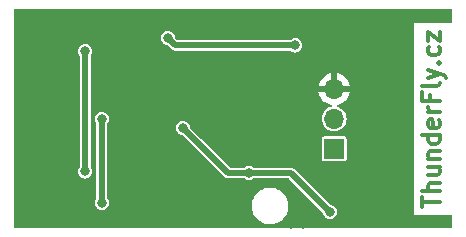
<source format=gbr>
G04 #@! TF.GenerationSoftware,KiCad,Pcbnew,(5.99.0-9154-g0d2ee266a1)*
G04 #@! TF.CreationDate,2021-02-19T07:59:59+01:00*
G04 #@! TF.ProjectId,TFRPM01C,54465250-4d30-4314-932e-6b696361645f,REV*
G04 #@! TF.SameCoordinates,Original*
G04 #@! TF.FileFunction,Copper,L1,Top*
G04 #@! TF.FilePolarity,Positive*
%FSLAX46Y46*%
G04 Gerber Fmt 4.6, Leading zero omitted, Abs format (unit mm)*
G04 Created by KiCad (PCBNEW (5.99.0-9154-g0d2ee266a1)) date 2021-02-19 07:59:59*
%MOMM*%
%LPD*%
G01*
G04 APERTURE LIST*
%ADD10C,0.300000*%
G04 #@! TA.AperFunction,ComponentPad*
%ADD11C,6.000000*%
G04 #@! TD*
G04 #@! TA.AperFunction,ComponentPad*
%ADD12R,1.700000X1.700000*%
G04 #@! TD*
G04 #@! TA.AperFunction,ComponentPad*
%ADD13O,1.700000X1.700000*%
G04 #@! TD*
G04 #@! TA.AperFunction,ViaPad*
%ADD14C,0.800000*%
G04 #@! TD*
G04 #@! TA.AperFunction,Conductor*
%ADD15C,0.500000*%
G04 #@! TD*
G04 APERTURE END LIST*
D10*
X145736571Y-139798285D02*
X145736571Y-138941142D01*
X147236571Y-139369714D02*
X145736571Y-139369714D01*
X147236571Y-138441142D02*
X145736571Y-138441142D01*
X147236571Y-137798285D02*
X146450857Y-137798285D01*
X146308000Y-137869714D01*
X146236571Y-138012571D01*
X146236571Y-138226857D01*
X146308000Y-138369714D01*
X146379428Y-138441142D01*
X146236571Y-136441142D02*
X147236571Y-136441142D01*
X146236571Y-137084000D02*
X147022285Y-137084000D01*
X147165142Y-137012571D01*
X147236571Y-136869714D01*
X147236571Y-136655428D01*
X147165142Y-136512571D01*
X147093714Y-136441142D01*
X146236571Y-135726857D02*
X147236571Y-135726857D01*
X146379428Y-135726857D02*
X146308000Y-135655428D01*
X146236571Y-135512571D01*
X146236571Y-135298285D01*
X146308000Y-135155428D01*
X146450857Y-135084000D01*
X147236571Y-135084000D01*
X147236571Y-133726857D02*
X145736571Y-133726857D01*
X147165142Y-133726857D02*
X147236571Y-133869714D01*
X147236571Y-134155428D01*
X147165142Y-134298285D01*
X147093714Y-134369714D01*
X146950857Y-134441142D01*
X146522285Y-134441142D01*
X146379428Y-134369714D01*
X146308000Y-134298285D01*
X146236571Y-134155428D01*
X146236571Y-133869714D01*
X146308000Y-133726857D01*
X147165142Y-132441142D02*
X147236571Y-132584000D01*
X147236571Y-132869714D01*
X147165142Y-133012571D01*
X147022285Y-133084000D01*
X146450857Y-133084000D01*
X146308000Y-133012571D01*
X146236571Y-132869714D01*
X146236571Y-132584000D01*
X146308000Y-132441142D01*
X146450857Y-132369714D01*
X146593714Y-132369714D01*
X146736571Y-133084000D01*
X147236571Y-131726857D02*
X146236571Y-131726857D01*
X146522285Y-131726857D02*
X146379428Y-131655428D01*
X146308000Y-131584000D01*
X146236571Y-131441142D01*
X146236571Y-131298285D01*
X146450857Y-130298285D02*
X146450857Y-130798285D01*
X147236571Y-130798285D02*
X145736571Y-130798285D01*
X145736571Y-130084000D01*
X147236571Y-129298285D02*
X147165142Y-129441142D01*
X147022285Y-129512571D01*
X145736571Y-129512571D01*
X146236571Y-128869714D02*
X147236571Y-128512571D01*
X146236571Y-128155428D02*
X147236571Y-128512571D01*
X147593714Y-128655428D01*
X147665142Y-128726857D01*
X147736571Y-128869714D01*
X147093714Y-127584000D02*
X147165142Y-127512571D01*
X147236571Y-127584000D01*
X147165142Y-127655428D01*
X147093714Y-127584000D01*
X147236571Y-127584000D01*
X147165142Y-126226857D02*
X147236571Y-126369714D01*
X147236571Y-126655428D01*
X147165142Y-126798285D01*
X147093714Y-126869714D01*
X146950857Y-126941142D01*
X146522285Y-126941142D01*
X146379428Y-126869714D01*
X146308000Y-126798285D01*
X146236571Y-126655428D01*
X146236571Y-126369714D01*
X146308000Y-126226857D01*
X146236571Y-125726857D02*
X146236571Y-124941142D01*
X147236571Y-125726857D01*
X147236571Y-124941142D01*
D11*
G04 #@! TO.P,M2,1*
G04 #@! TO.N,GND*
X132588000Y-132331096D03*
G04 #@! TD*
D12*
G04 #@! TO.P,J1,1*
G04 #@! TO.N,/COUNT*
X138303000Y-134871096D03*
D13*
G04 #@! TO.P,J1,2*
G04 #@! TO.N,Net-(C2-Pad1)*
X138303000Y-132331096D03*
G04 #@! TO.P,J1,3*
G04 #@! TO.N,GND*
X138303000Y-129791096D03*
G04 #@! TD*
D14*
G04 #@! TO.N,GND*
X131064000Y-123444000D03*
X135382000Y-123444000D03*
X115316000Y-130807096D03*
X115316000Y-132331096D03*
X120142000Y-134363096D03*
X115316000Y-133855096D03*
X141986000Y-138938000D03*
X120396000Y-130048000D03*
X120396000Y-128524000D03*
X119634000Y-129286000D03*
X115316000Y-140713096D03*
X117856000Y-140716000D03*
X127000000Y-138173096D03*
X124206000Y-134874000D03*
X127000000Y-136906000D03*
X124206000Y-133858000D03*
X112268000Y-129029096D03*
X112268000Y-138681096D03*
X112268000Y-135633096D03*
X112268000Y-137665096D03*
X112268000Y-125981096D03*
X112268000Y-136649096D03*
X112268000Y-126997096D03*
X112268000Y-128013096D03*
X117094000Y-123695096D03*
X138176000Y-136903096D03*
X139192000Y-128016000D03*
X136906000Y-128524000D03*
X143002000Y-135382000D03*
X143764000Y-138935096D03*
X129540000Y-127762000D03*
X124206000Y-133096000D03*
X143002000Y-136652000D03*
X138938000Y-123444000D03*
X130302000Y-128524000D03*
X134493000Y-128270000D03*
X143764000Y-140967096D03*
X143764000Y-139951096D03*
X135636000Y-128778000D03*
X136525000Y-129794000D03*
X136906000Y-130937000D03*
X143002000Y-134109096D03*
X140208000Y-123444000D03*
X128270000Y-134112000D03*
X127762000Y-130810000D03*
X135636000Y-141224000D03*
X140970000Y-136906000D03*
X119888000Y-132842000D03*
X127762000Y-132842000D03*
X141986000Y-137922000D03*
X127762000Y-140970000D03*
X119888000Y-131064000D03*
X120396000Y-139954000D03*
X136906000Y-136652000D03*
X120065800Y-123695096D03*
X135636000Y-136144000D03*
X117094000Y-125222000D03*
X115824000Y-123698000D03*
X120396000Y-138938000D03*
X118491000Y-123695096D03*
X134620000Y-141224000D03*
X120396000Y-140970000D03*
X125476000Y-137414000D03*
G04 #@! TO.N,+3V3*
X131094000Y-136906000D03*
X125476000Y-133096000D03*
X137922000Y-140208000D03*
G04 #@! TO.N,+5V*
X118618000Y-132331096D03*
X118618000Y-139446000D03*
X124206000Y-125476000D03*
X135001000Y-126111000D03*
G04 #@! TO.N,/SDA*
X117221000Y-136776096D03*
X117221000Y-126616096D03*
G04 #@! TD*
D15*
G04 #@! TO.N,+3V3*
X129286000Y-136906000D02*
X131094000Y-136906000D01*
X133604000Y-136906000D02*
X134620000Y-136906000D01*
X125476000Y-133096000D02*
X129286000Y-136906000D01*
X133604000Y-136906000D02*
X131094000Y-136906000D01*
X134620000Y-136906000D02*
X137922000Y-140208000D01*
G04 #@! TO.N,+5V*
X118618000Y-139446000D02*
X118618000Y-138684000D01*
X135001000Y-126111000D02*
X124841000Y-126111000D01*
X118618000Y-138684000D02*
X118618000Y-137919096D01*
X124841000Y-126111000D02*
X124206000Y-125476000D01*
X118618000Y-138684000D02*
X118618000Y-132331096D01*
G04 #@! TO.N,/SDA*
X117221000Y-126616096D02*
X117221000Y-136776096D01*
G04 #@! TD*
G04 #@! TA.AperFunction,Conductor*
G04 #@! TO.N,GND*
G36*
X148257191Y-123025003D02*
G01*
X148293155Y-123074503D01*
X148298000Y-123105096D01*
X148298000Y-124132998D01*
X148279093Y-124191189D01*
X148229593Y-124227153D01*
X148183634Y-124227153D01*
X148183107Y-124230483D01*
X148168000Y-124228091D01*
X148168000Y-124226857D01*
X145053000Y-124226857D01*
X145053000Y-140441143D01*
X148168000Y-140441143D01*
X148168000Y-140436049D01*
X148168409Y-140435916D01*
X148229594Y-140435917D01*
X148279094Y-140471881D01*
X148298000Y-140530071D01*
X148298000Y-141507096D01*
X148279093Y-141565287D01*
X148229593Y-141601251D01*
X148199000Y-141606096D01*
X111297000Y-141606096D01*
X111238809Y-141587189D01*
X111202845Y-141537689D01*
X111198000Y-141507096D01*
X111198000Y-126616096D01*
X116615500Y-126616096D01*
X116636132Y-126772811D01*
X116696622Y-126918846D01*
X116700573Y-126923995D01*
X116750042Y-126988465D01*
X116770500Y-127048732D01*
X116770500Y-136343460D01*
X116750042Y-136403727D01*
X116706179Y-136460891D01*
X116696622Y-136473346D01*
X116636132Y-136619381D01*
X116615500Y-136776096D01*
X116636132Y-136932811D01*
X116696622Y-137078846D01*
X116792847Y-137204249D01*
X116918250Y-137300474D01*
X117064285Y-137360964D01*
X117221000Y-137381596D01*
X117377715Y-137360964D01*
X117523750Y-137300474D01*
X117649153Y-137204249D01*
X117745378Y-137078846D01*
X117805868Y-136932811D01*
X117826500Y-136776096D01*
X117805868Y-136619381D01*
X117745378Y-136473346D01*
X117735821Y-136460891D01*
X117691958Y-136403727D01*
X117671500Y-136343460D01*
X117671500Y-132331096D01*
X118012500Y-132331096D01*
X118033132Y-132487811D01*
X118093622Y-132633846D01*
X118097573Y-132638995D01*
X118147042Y-132703465D01*
X118167500Y-132763732D01*
X118167500Y-139013364D01*
X118147042Y-139073631D01*
X118093622Y-139143250D01*
X118033132Y-139289285D01*
X118012500Y-139446000D01*
X118033132Y-139602715D01*
X118093622Y-139748750D01*
X118189847Y-139874153D01*
X118315250Y-139970378D01*
X118461285Y-140030868D01*
X118618000Y-140051500D01*
X118774715Y-140030868D01*
X118920750Y-139970378D01*
X119046153Y-139874153D01*
X119140358Y-139751382D01*
X131319448Y-139751382D01*
X131319905Y-139755330D01*
X131319905Y-139755335D01*
X131344329Y-139966427D01*
X131348124Y-139999228D01*
X131416058Y-140239300D01*
X131417738Y-140242903D01*
X131417740Y-140242908D01*
X131465149Y-140344575D01*
X131521501Y-140465423D01*
X131661740Y-140671778D01*
X131833167Y-140853058D01*
X131836321Y-140855469D01*
X131836325Y-140855473D01*
X132028212Y-141002181D01*
X132028218Y-141002185D01*
X132031373Y-141004597D01*
X132034875Y-141006475D01*
X132034877Y-141006476D01*
X132247758Y-141120622D01*
X132251257Y-141122498D01*
X132487163Y-141203727D01*
X132648745Y-141231637D01*
X132729946Y-141245663D01*
X132729948Y-141245663D01*
X132733021Y-141246194D01*
X132756743Y-141247271D01*
X132762791Y-141247546D01*
X132762797Y-141247546D01*
X132763895Y-141247596D01*
X132936143Y-141247596D01*
X132938118Y-141247437D01*
X132938120Y-141247437D01*
X133118732Y-141232905D01*
X133118734Y-141232905D01*
X133122695Y-141232586D01*
X133364992Y-141173073D01*
X133594657Y-141075586D01*
X133598021Y-141073468D01*
X133598024Y-141073466D01*
X133704402Y-141006476D01*
X133805781Y-140942634D01*
X133928206Y-140834702D01*
X133989950Y-140780267D01*
X133989951Y-140780266D01*
X133992933Y-140777637D01*
X133995453Y-140774570D01*
X133995458Y-140774564D01*
X134148774Y-140587914D01*
X134148775Y-140587912D01*
X134151298Y-140584841D01*
X134218887Y-140468711D01*
X134274800Y-140372642D01*
X134274802Y-140372638D01*
X134276800Y-140369205D01*
X134366213Y-140136278D01*
X134394844Y-139999228D01*
X134416420Y-139895950D01*
X134416421Y-139895946D01*
X134417234Y-139892052D01*
X134417868Y-139878107D01*
X134423802Y-139747406D01*
X134428552Y-139642810D01*
X134426563Y-139625616D01*
X134400333Y-139398910D01*
X134400332Y-139398905D01*
X134399876Y-139394964D01*
X134331942Y-139154892D01*
X134326514Y-139143250D01*
X134271366Y-139024987D01*
X134226499Y-138928769D01*
X134086260Y-138722414D01*
X133914833Y-138541134D01*
X133911679Y-138538723D01*
X133911675Y-138538719D01*
X133719788Y-138392011D01*
X133719782Y-138392007D01*
X133716627Y-138389595D01*
X133584234Y-138318606D01*
X133500242Y-138273570D01*
X133500240Y-138273569D01*
X133496743Y-138271694D01*
X133260837Y-138190465D01*
X133072973Y-138158015D01*
X133018054Y-138148529D01*
X133018052Y-138148529D01*
X133014979Y-138147998D01*
X132991257Y-138146921D01*
X132985209Y-138146646D01*
X132985203Y-138146646D01*
X132984105Y-138146596D01*
X132811857Y-138146596D01*
X132809882Y-138146755D01*
X132809880Y-138146755D01*
X132629268Y-138161287D01*
X132629266Y-138161287D01*
X132625305Y-138161606D01*
X132383008Y-138221119D01*
X132153343Y-138318606D01*
X132149979Y-138320724D01*
X132149976Y-138320726D01*
X132047781Y-138385082D01*
X131942219Y-138451558D01*
X131755067Y-138616555D01*
X131752547Y-138619622D01*
X131752542Y-138619628D01*
X131599226Y-138806278D01*
X131596702Y-138809351D01*
X131594701Y-138812789D01*
X131477965Y-139013364D01*
X131471200Y-139024987D01*
X131381787Y-139257914D01*
X131380975Y-139261801D01*
X131352332Y-139398910D01*
X131330766Y-139502140D01*
X131319448Y-139751382D01*
X119140358Y-139751382D01*
X119142378Y-139748750D01*
X119202868Y-139602715D01*
X119223500Y-139446000D01*
X119202868Y-139289285D01*
X119142378Y-139143250D01*
X119088958Y-139073631D01*
X119068500Y-139013364D01*
X119068500Y-133096000D01*
X124870500Y-133096000D01*
X124891132Y-133252715D01*
X124951622Y-133398750D01*
X125047847Y-133524153D01*
X125173250Y-133620378D01*
X125319285Y-133680868D01*
X125406287Y-133692322D01*
X125463368Y-133720471D01*
X128944915Y-137202018D01*
X128952651Y-137210724D01*
X128974189Y-137238045D01*
X128980276Y-137242252D01*
X128980277Y-137242253D01*
X129022807Y-137271648D01*
X129025322Y-137273445D01*
X129072858Y-137308555D01*
X129079668Y-137310946D01*
X129085608Y-137315052D01*
X129092661Y-137317283D01*
X129092666Y-137317285D01*
X129130441Y-137329231D01*
X129141971Y-137332878D01*
X129144856Y-137333840D01*
X129200648Y-137353432D01*
X129206688Y-137353669D01*
X129209367Y-137354191D01*
X129214744Y-137355892D01*
X129220365Y-137356334D01*
X129220368Y-137356335D01*
X129220454Y-137356341D01*
X129222469Y-137356500D01*
X129276787Y-137356500D01*
X129280673Y-137356576D01*
X129328590Y-137358459D01*
X129328593Y-137358459D01*
X129335984Y-137358749D01*
X129342551Y-137357008D01*
X129351776Y-137356500D01*
X130661364Y-137356500D01*
X130721631Y-137376958D01*
X130732758Y-137385496D01*
X130791250Y-137430378D01*
X130937285Y-137490868D01*
X131094000Y-137511500D01*
X131250715Y-137490868D01*
X131396750Y-137430378D01*
X131455242Y-137385496D01*
X131466369Y-137376958D01*
X131526636Y-137356500D01*
X134392389Y-137356500D01*
X134450580Y-137375407D01*
X134462393Y-137385496D01*
X137297529Y-140220632D01*
X137325678Y-140277713D01*
X137337132Y-140364715D01*
X137397622Y-140510750D01*
X137493847Y-140636153D01*
X137619250Y-140732378D01*
X137765285Y-140792868D01*
X137922000Y-140813500D01*
X138078715Y-140792868D01*
X138224750Y-140732378D01*
X138350153Y-140636153D01*
X138446378Y-140510750D01*
X138506868Y-140364715D01*
X138527500Y-140208000D01*
X138506868Y-140051285D01*
X138446378Y-139905250D01*
X138350153Y-139779847D01*
X138224750Y-139683622D01*
X138078715Y-139623132D01*
X137991716Y-139611679D01*
X137934634Y-139583530D01*
X134961081Y-136609977D01*
X134953339Y-136601263D01*
X134936394Y-136579768D01*
X134936393Y-136579767D01*
X134931811Y-136573955D01*
X134905544Y-136555800D01*
X134883217Y-136540369D01*
X134880688Y-136538562D01*
X134839097Y-136507843D01*
X134839095Y-136507842D01*
X134833142Y-136503445D01*
X134826332Y-136501054D01*
X134820392Y-136496948D01*
X134813339Y-136494717D01*
X134813334Y-136494715D01*
X134764720Y-136479341D01*
X134764029Y-136479122D01*
X134761144Y-136478160D01*
X134705352Y-136458568D01*
X134699312Y-136458331D01*
X134696633Y-136457809D01*
X134691256Y-136456108D01*
X134685635Y-136455666D01*
X134685632Y-136455665D01*
X134685546Y-136455659D01*
X134683531Y-136455500D01*
X134629213Y-136455500D01*
X134625327Y-136455424D01*
X134577410Y-136453541D01*
X134577407Y-136453541D01*
X134570016Y-136453251D01*
X134563449Y-136454992D01*
X134554224Y-136455500D01*
X131526636Y-136455500D01*
X131466369Y-136435042D01*
X131401899Y-136385573D01*
X131396750Y-136381622D01*
X131250715Y-136321132D01*
X131094000Y-136300500D01*
X130937285Y-136321132D01*
X130791250Y-136381622D01*
X130786101Y-136385573D01*
X130721631Y-136435042D01*
X130661364Y-136455500D01*
X129513611Y-136455500D01*
X129455420Y-136436593D01*
X129443607Y-136426504D01*
X127038199Y-134021096D01*
X137247500Y-134021096D01*
X137247500Y-135721096D01*
X137263143Y-135799737D01*
X137307690Y-135866406D01*
X137374359Y-135910953D01*
X137383922Y-135912855D01*
X137383924Y-135912856D01*
X137409200Y-135917883D01*
X137453000Y-135926596D01*
X139153000Y-135926596D01*
X139196800Y-135917883D01*
X139222076Y-135912856D01*
X139222078Y-135912855D01*
X139231641Y-135910953D01*
X139298310Y-135866406D01*
X139342857Y-135799737D01*
X139358500Y-135721096D01*
X139358500Y-134021096D01*
X139342857Y-133942455D01*
X139298310Y-133875786D01*
X139231641Y-133831239D01*
X139222078Y-133829337D01*
X139222076Y-133829336D01*
X139196800Y-133824309D01*
X139153000Y-133815596D01*
X137453000Y-133815596D01*
X137409200Y-133824309D01*
X137383924Y-133829336D01*
X137383922Y-133829337D01*
X137374359Y-133831239D01*
X137307690Y-133875786D01*
X137263143Y-133942455D01*
X137247500Y-134021096D01*
X127038199Y-134021096D01*
X126100471Y-133083368D01*
X126072322Y-133026286D01*
X126061715Y-132945721D01*
X126060868Y-132939285D01*
X126000378Y-132793250D01*
X125904153Y-132667847D01*
X125778750Y-132571622D01*
X125632715Y-132511132D01*
X125476000Y-132490500D01*
X125319285Y-132511132D01*
X125173250Y-132571622D01*
X125047847Y-132667847D01*
X124951622Y-132793250D01*
X124891132Y-132939285D01*
X124870500Y-133096000D01*
X119068500Y-133096000D01*
X119068500Y-132763732D01*
X119088958Y-132703465D01*
X119138427Y-132638995D01*
X119142378Y-132633846D01*
X119202868Y-132487811D01*
X119223500Y-132331096D01*
X119202868Y-132174381D01*
X119142378Y-132028346D01*
X119046153Y-131902943D01*
X118920750Y-131806718D01*
X118774715Y-131746228D01*
X118618000Y-131725596D01*
X118461285Y-131746228D01*
X118315250Y-131806718D01*
X118189847Y-131902943D01*
X118093622Y-132028346D01*
X118033132Y-132174381D01*
X118012500Y-132331096D01*
X117671500Y-132331096D01*
X117671500Y-130056730D01*
X136970162Y-130056730D01*
X136979820Y-130116695D01*
X136981842Y-130124805D01*
X137053596Y-130334978D01*
X137056956Y-130342634D01*
X137163100Y-130537721D01*
X137167699Y-130544695D01*
X137305191Y-130719102D01*
X137310905Y-130725209D01*
X137475813Y-130873954D01*
X137482475Y-130879010D01*
X137670095Y-130997848D01*
X137677506Y-131001706D01*
X137882468Y-131087234D01*
X137890425Y-131089788D01*
X138032662Y-131122495D01*
X138085135Y-131153962D01*
X138109092Y-131210262D01*
X138095380Y-131269892D01*
X138049238Y-131310073D01*
X138038428Y-131313949D01*
X137912250Y-131351085D01*
X137912247Y-131351086D01*
X137907603Y-131352453D01*
X137903309Y-131354698D01*
X137729344Y-131445644D01*
X137729340Y-131445647D01*
X137725047Y-131447891D01*
X137721271Y-131450927D01*
X137721268Y-131450929D01*
X137714903Y-131456047D01*
X137564505Y-131576970D01*
X137552643Y-131591107D01*
X137435202Y-131731067D01*
X137435199Y-131731071D01*
X137432093Y-131734773D01*
X137332853Y-131915290D01*
X137331389Y-131919904D01*
X137331388Y-131919907D01*
X137296989Y-132028346D01*
X137270565Y-132111645D01*
X137247603Y-132316359D01*
X137255092Y-132405541D01*
X137264167Y-132513616D01*
X137264840Y-132521634D01*
X137266173Y-132526282D01*
X137266173Y-132526283D01*
X137316980Y-132703465D01*
X137321621Y-132719651D01*
X137415782Y-132902869D01*
X137543737Y-133064308D01*
X137700612Y-133197819D01*
X137704835Y-133200179D01*
X137704839Y-133200182D01*
X137787321Y-133246279D01*
X137880432Y-133298317D01*
X137885030Y-133299811D01*
X138071742Y-133360478D01*
X138071745Y-133360479D01*
X138076347Y-133361974D01*
X138280895Y-133386365D01*
X138285717Y-133385994D01*
X138285720Y-133385994D01*
X138481458Y-133370933D01*
X138481463Y-133370932D01*
X138486286Y-133370561D01*
X138684695Y-133315164D01*
X138715089Y-133299811D01*
X138864244Y-133224467D01*
X138864246Y-133224466D01*
X138868565Y-133222284D01*
X139030893Y-133095459D01*
X139034055Y-133091796D01*
X139034060Y-133091791D01*
X139162332Y-132943185D01*
X139165496Y-132939520D01*
X139169037Y-132933288D01*
X139264858Y-132764613D01*
X139264859Y-132764610D01*
X139267247Y-132760407D01*
X139277321Y-132730126D01*
X139330743Y-132569531D01*
X139330743Y-132569529D01*
X139332270Y-132564940D01*
X139337154Y-132526283D01*
X139357740Y-132363321D01*
X139358088Y-132360567D01*
X139358500Y-132331096D01*
X139338398Y-132126082D01*
X139335493Y-132116458D01*
X139280256Y-131933508D01*
X139278858Y-131928876D01*
X139182148Y-131746991D01*
X139051952Y-131587355D01*
X138893228Y-131456047D01*
X138712023Y-131358069D01*
X138574595Y-131315528D01*
X138524598Y-131280258D01*
X138504880Y-131222337D01*
X138522973Y-131163888D01*
X138576333Y-131125862D01*
X138787432Y-131064731D01*
X138795224Y-131061740D01*
X138995099Y-130964902D01*
X139002281Y-130960637D01*
X139182970Y-130831515D01*
X139189346Y-130826088D01*
X139345691Y-130668373D01*
X139351055Y-130661957D01*
X139478596Y-130480149D01*
X139482805Y-130472917D01*
X139577887Y-130272221D01*
X139580815Y-130264393D01*
X139639299Y-130055631D01*
X139637595Y-130047648D01*
X139635724Y-130045966D01*
X139631621Y-130045096D01*
X136983968Y-130045096D01*
X136971283Y-130049218D01*
X136970679Y-130050049D01*
X136970162Y-130056730D01*
X117671500Y-130056730D01*
X117671500Y-129521665D01*
X136971575Y-129521665D01*
X136973374Y-129534884D01*
X136973728Y-129535253D01*
X136981051Y-129537096D01*
X138033320Y-129537096D01*
X138046005Y-129532974D01*
X138049000Y-129528853D01*
X138049000Y-128472378D01*
X138046878Y-128465846D01*
X138557000Y-128465846D01*
X138557000Y-129521416D01*
X138561122Y-129534101D01*
X138565243Y-129537096D01*
X139624514Y-129537096D01*
X139636341Y-129533253D01*
X139636638Y-129523395D01*
X139589665Y-129342416D01*
X139586892Y-129334542D01*
X139495673Y-129132042D01*
X139491610Y-129124742D01*
X139367585Y-128940521D01*
X139362337Y-128933994D01*
X139209046Y-128773303D01*
X139202787Y-128767766D01*
X139024609Y-128635198D01*
X139017500Y-128630790D01*
X138819529Y-128530136D01*
X138811791Y-128526994D01*
X138599686Y-128461135D01*
X138591532Y-128459342D01*
X138572544Y-128456825D01*
X138559427Y-128459245D01*
X138558205Y-128460529D01*
X138557000Y-128465846D01*
X138046878Y-128465846D01*
X138044921Y-128459824D01*
X138036307Y-128459361D01*
X137915438Y-128484722D01*
X137907425Y-128487125D01*
X137700855Y-128568704D01*
X137693382Y-128572413D01*
X137503508Y-128687632D01*
X137496761Y-128692552D01*
X137329019Y-128838111D01*
X137323190Y-128844105D01*
X137182380Y-129015835D01*
X137177637Y-129022737D01*
X137067775Y-129215736D01*
X137064268Y-129223326D01*
X136988492Y-129432087D01*
X136986315Y-129440154D01*
X136971575Y-129521665D01*
X117671500Y-129521665D01*
X117671500Y-127048732D01*
X117691958Y-126988465D01*
X117741427Y-126923995D01*
X117745378Y-126918846D01*
X117805868Y-126772811D01*
X117826500Y-126616096D01*
X117805868Y-126459381D01*
X117745378Y-126313346D01*
X117649153Y-126187943D01*
X117523750Y-126091718D01*
X117377715Y-126031228D01*
X117221000Y-126010596D01*
X117064285Y-126031228D01*
X116918250Y-126091718D01*
X116792847Y-126187943D01*
X116696622Y-126313346D01*
X116636132Y-126459381D01*
X116615500Y-126616096D01*
X111198000Y-126616096D01*
X111198000Y-125476000D01*
X123600500Y-125476000D01*
X123621132Y-125632715D01*
X123681622Y-125778750D01*
X123777847Y-125904153D01*
X123903250Y-126000378D01*
X124049285Y-126060868D01*
X124136287Y-126072322D01*
X124193368Y-126100471D01*
X124499915Y-126407018D01*
X124507651Y-126415724D01*
X124529189Y-126443045D01*
X124535276Y-126447252D01*
X124535277Y-126447253D01*
X124577807Y-126476648D01*
X124580322Y-126478445D01*
X124627858Y-126513555D01*
X124634668Y-126515946D01*
X124640608Y-126520052D01*
X124647661Y-126522283D01*
X124647666Y-126522285D01*
X124684710Y-126534000D01*
X124696971Y-126537878D01*
X124699856Y-126538840D01*
X124755648Y-126558432D01*
X124761688Y-126558669D01*
X124764367Y-126559191D01*
X124769744Y-126560892D01*
X124775365Y-126561334D01*
X124775368Y-126561335D01*
X124775454Y-126561341D01*
X124777469Y-126561500D01*
X124831787Y-126561500D01*
X124835673Y-126561576D01*
X124883590Y-126563459D01*
X124883593Y-126563459D01*
X124890984Y-126563749D01*
X124897551Y-126562008D01*
X124906776Y-126561500D01*
X134568364Y-126561500D01*
X134628632Y-126581958D01*
X134698250Y-126635378D01*
X134844285Y-126695868D01*
X135001000Y-126716500D01*
X135157715Y-126695868D01*
X135303750Y-126635378D01*
X135429153Y-126539153D01*
X135525378Y-126413750D01*
X135585868Y-126267715D01*
X135606500Y-126111000D01*
X135585868Y-125954285D01*
X135525378Y-125808250D01*
X135429153Y-125682847D01*
X135303750Y-125586622D01*
X135157715Y-125526132D01*
X135001000Y-125505500D01*
X134844285Y-125526132D01*
X134698250Y-125586622D01*
X134693101Y-125590573D01*
X134628631Y-125640042D01*
X134568364Y-125660500D01*
X125068611Y-125660500D01*
X125010420Y-125641593D01*
X124998607Y-125631504D01*
X124830471Y-125463368D01*
X124802322Y-125406286D01*
X124791715Y-125325721D01*
X124790868Y-125319285D01*
X124730378Y-125173250D01*
X124634153Y-125047847D01*
X124508750Y-124951622D01*
X124362715Y-124891132D01*
X124206000Y-124870500D01*
X124049285Y-124891132D01*
X123903250Y-124951622D01*
X123777847Y-125047847D01*
X123681622Y-125173250D01*
X123621132Y-125319285D01*
X123600500Y-125476000D01*
X111198000Y-125476000D01*
X111198000Y-123105096D01*
X111216907Y-123046905D01*
X111266407Y-123010941D01*
X111297000Y-123006096D01*
X148199000Y-123006096D01*
X148257191Y-123025003D01*
G37*
G04 #@! TD.AperFunction*
G04 #@! TD*
M02*

</source>
